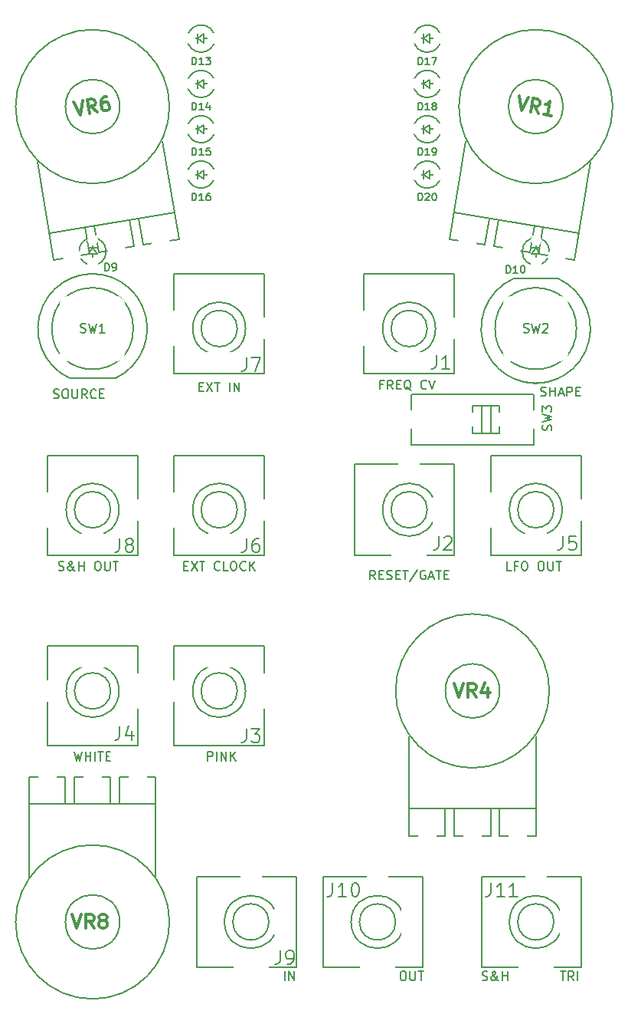
<source format=gto>
G04 #@! TF.FileFunction,Legend,Top*
%FSLAX46Y46*%
G04 Gerber Fmt 4.6, Leading zero omitted, Abs format (unit mm)*
G04 Created by KiCad (PCBNEW 4.0.2-stable) date 2017-05-29 11:54:06 AM*
%MOMM*%
G01*
G04 APERTURE LIST*
%ADD10C,0.100000*%
%ADD11C,0.150000*%
%ADD12C,0.304800*%
%ADD13C,2.018980*%
%ADD14O,4.020000X2.520000*%
%ADD15O,2.520000X2.020000*%
%ADD16O,1.520000X3.520000*%
%ADD17O,2.520000X4.020000*%
%ADD18O,2.020000X2.520000*%
%ADD19O,3.520000X1.520000*%
%ADD20R,1.220000X1.220000*%
%ADD21C,1.220000*%
%ADD22R,1.747200X1.747200*%
%ADD23O,1.747200X1.747200*%
%ADD24C,2.270000*%
%ADD25R,1.620000X2.820000*%
%ADD26C,1.544000*%
%ADD27C,1.520000*%
%ADD28R,1.544000X1.544000*%
%ADD29R,1.520000X2.020000*%
G04 APERTURE END LIST*
D10*
D11*
X63714286Y-65654762D02*
X63857143Y-65702381D01*
X64095239Y-65702381D01*
X64190477Y-65654762D01*
X64238096Y-65607143D01*
X64285715Y-65511905D01*
X64285715Y-65416667D01*
X64238096Y-65321429D01*
X64190477Y-65273810D01*
X64095239Y-65226190D01*
X63904762Y-65178571D01*
X63809524Y-65130952D01*
X63761905Y-65083333D01*
X63714286Y-64988095D01*
X63714286Y-64892857D01*
X63761905Y-64797619D01*
X63809524Y-64750000D01*
X63904762Y-64702381D01*
X64142858Y-64702381D01*
X64285715Y-64750000D01*
X64904762Y-64702381D02*
X65095239Y-64702381D01*
X65190477Y-64750000D01*
X65285715Y-64845238D01*
X65333334Y-65035714D01*
X65333334Y-65369048D01*
X65285715Y-65559524D01*
X65190477Y-65654762D01*
X65095239Y-65702381D01*
X64904762Y-65702381D01*
X64809524Y-65654762D01*
X64714286Y-65559524D01*
X64666667Y-65369048D01*
X64666667Y-65035714D01*
X64714286Y-64845238D01*
X64809524Y-64750000D01*
X64904762Y-64702381D01*
X65761905Y-64702381D02*
X65761905Y-65511905D01*
X65809524Y-65607143D01*
X65857143Y-65654762D01*
X65952381Y-65702381D01*
X66142858Y-65702381D01*
X66238096Y-65654762D01*
X66285715Y-65607143D01*
X66333334Y-65511905D01*
X66333334Y-64702381D01*
X67380953Y-65702381D02*
X67047619Y-65226190D01*
X66809524Y-65702381D02*
X66809524Y-64702381D01*
X67190477Y-64702381D01*
X67285715Y-64750000D01*
X67333334Y-64797619D01*
X67380953Y-64892857D01*
X67380953Y-65035714D01*
X67333334Y-65130952D01*
X67285715Y-65178571D01*
X67190477Y-65226190D01*
X66809524Y-65226190D01*
X68380953Y-65607143D02*
X68333334Y-65654762D01*
X68190477Y-65702381D01*
X68095239Y-65702381D01*
X67952381Y-65654762D01*
X67857143Y-65559524D01*
X67809524Y-65464286D01*
X67761905Y-65273810D01*
X67761905Y-65130952D01*
X67809524Y-64940476D01*
X67857143Y-64845238D01*
X67952381Y-64750000D01*
X68095239Y-64702381D01*
X68190477Y-64702381D01*
X68333334Y-64750000D01*
X68380953Y-64797619D01*
X68809524Y-65178571D02*
X69142858Y-65178571D01*
X69285715Y-65702381D02*
X68809524Y-65702381D01*
X68809524Y-64702381D01*
X69285715Y-64702381D01*
X117559524Y-65404762D02*
X117702381Y-65452381D01*
X117940477Y-65452381D01*
X118035715Y-65404762D01*
X118083334Y-65357143D01*
X118130953Y-65261905D01*
X118130953Y-65166667D01*
X118083334Y-65071429D01*
X118035715Y-65023810D01*
X117940477Y-64976190D01*
X117750000Y-64928571D01*
X117654762Y-64880952D01*
X117607143Y-64833333D01*
X117559524Y-64738095D01*
X117559524Y-64642857D01*
X117607143Y-64547619D01*
X117654762Y-64500000D01*
X117750000Y-64452381D01*
X117988096Y-64452381D01*
X118130953Y-64500000D01*
X118559524Y-65452381D02*
X118559524Y-64452381D01*
X118559524Y-64928571D02*
X119130953Y-64928571D01*
X119130953Y-65452381D02*
X119130953Y-64452381D01*
X119559524Y-65166667D02*
X120035715Y-65166667D01*
X119464286Y-65452381D02*
X119797619Y-64452381D01*
X120130953Y-65452381D01*
X120464286Y-65452381D02*
X120464286Y-64452381D01*
X120845239Y-64452381D01*
X120940477Y-64500000D01*
X120988096Y-64547619D01*
X121035715Y-64642857D01*
X121035715Y-64785714D01*
X120988096Y-64880952D01*
X120940477Y-64928571D01*
X120845239Y-64976190D01*
X120464286Y-64976190D01*
X121464286Y-64928571D02*
X121797620Y-64928571D01*
X121940477Y-65452381D02*
X121464286Y-65452381D01*
X121464286Y-64452381D01*
X121940477Y-64452381D01*
X119726191Y-128952381D02*
X120297620Y-128952381D01*
X120011905Y-129952381D02*
X120011905Y-128952381D01*
X121202382Y-129952381D02*
X120869048Y-129476190D01*
X120630953Y-129952381D02*
X120630953Y-128952381D01*
X121011906Y-128952381D01*
X121107144Y-129000000D01*
X121154763Y-129047619D01*
X121202382Y-129142857D01*
X121202382Y-129285714D01*
X121154763Y-129380952D01*
X121107144Y-129428571D01*
X121011906Y-129476190D01*
X120630953Y-129476190D01*
X121630953Y-129952381D02*
X121630953Y-128952381D01*
X111071429Y-129904762D02*
X111214286Y-129952381D01*
X111452382Y-129952381D01*
X111547620Y-129904762D01*
X111595239Y-129857143D01*
X111642858Y-129761905D01*
X111642858Y-129666667D01*
X111595239Y-129571429D01*
X111547620Y-129523810D01*
X111452382Y-129476190D01*
X111261905Y-129428571D01*
X111166667Y-129380952D01*
X111119048Y-129333333D01*
X111071429Y-129238095D01*
X111071429Y-129142857D01*
X111119048Y-129047619D01*
X111166667Y-129000000D01*
X111261905Y-128952381D01*
X111500001Y-128952381D01*
X111642858Y-129000000D01*
X112880953Y-129952381D02*
X112833334Y-129952381D01*
X112738096Y-129904762D01*
X112595239Y-129761905D01*
X112357144Y-129476190D01*
X112261905Y-129333333D01*
X112214286Y-129190476D01*
X112214286Y-129095238D01*
X112261905Y-129000000D01*
X112357144Y-128952381D01*
X112404763Y-128952381D01*
X112500001Y-129000000D01*
X112547620Y-129095238D01*
X112547620Y-129142857D01*
X112500001Y-129238095D01*
X112452382Y-129285714D01*
X112166667Y-129476190D01*
X112119048Y-129523810D01*
X112071429Y-129619048D01*
X112071429Y-129761905D01*
X112119048Y-129857143D01*
X112166667Y-129904762D01*
X112261905Y-129952381D01*
X112404763Y-129952381D01*
X112500001Y-129904762D01*
X112547620Y-129857143D01*
X112690477Y-129666667D01*
X112738096Y-129523810D01*
X112738096Y-129428571D01*
X113309524Y-129952381D02*
X113309524Y-128952381D01*
X113309524Y-129428571D02*
X113880953Y-129428571D01*
X113880953Y-129952381D02*
X113880953Y-128952381D01*
X102250000Y-128952381D02*
X102440477Y-128952381D01*
X102535715Y-129000000D01*
X102630953Y-129095238D01*
X102678572Y-129285714D01*
X102678572Y-129619048D01*
X102630953Y-129809524D01*
X102535715Y-129904762D01*
X102440477Y-129952381D01*
X102250000Y-129952381D01*
X102154762Y-129904762D01*
X102059524Y-129809524D01*
X102011905Y-129619048D01*
X102011905Y-129285714D01*
X102059524Y-129095238D01*
X102154762Y-129000000D01*
X102250000Y-128952381D01*
X103107143Y-128952381D02*
X103107143Y-129761905D01*
X103154762Y-129857143D01*
X103202381Y-129904762D01*
X103297619Y-129952381D01*
X103488096Y-129952381D01*
X103583334Y-129904762D01*
X103630953Y-129857143D01*
X103678572Y-129761905D01*
X103678572Y-128952381D01*
X104011905Y-128952381D02*
X104583334Y-128952381D01*
X104297619Y-129952381D02*
X104297619Y-128952381D01*
X89226191Y-129952381D02*
X89226191Y-128952381D01*
X89702381Y-129952381D02*
X89702381Y-128952381D01*
X90273810Y-129952381D01*
X90273810Y-128952381D01*
X80726191Y-105702381D02*
X80726191Y-104702381D01*
X81107144Y-104702381D01*
X81202382Y-104750000D01*
X81250001Y-104797619D01*
X81297620Y-104892857D01*
X81297620Y-105035714D01*
X81250001Y-105130952D01*
X81202382Y-105178571D01*
X81107144Y-105226190D01*
X80726191Y-105226190D01*
X81726191Y-105702381D02*
X81726191Y-104702381D01*
X82202381Y-105702381D02*
X82202381Y-104702381D01*
X82773810Y-105702381D01*
X82773810Y-104702381D01*
X83250000Y-105702381D02*
X83250000Y-104702381D01*
X83821429Y-105702381D02*
X83392857Y-105130952D01*
X83821429Y-104702381D02*
X83250000Y-105273810D01*
X65976191Y-104702381D02*
X66214286Y-105702381D01*
X66404763Y-104988095D01*
X66595239Y-105702381D01*
X66833334Y-104702381D01*
X67214286Y-105702381D02*
X67214286Y-104702381D01*
X67214286Y-105178571D02*
X67785715Y-105178571D01*
X67785715Y-105702381D02*
X67785715Y-104702381D01*
X68261905Y-105702381D02*
X68261905Y-104702381D01*
X68595238Y-104702381D02*
X69166667Y-104702381D01*
X68880952Y-105702381D02*
X68880952Y-104702381D01*
X69500000Y-105178571D02*
X69833334Y-105178571D01*
X69976191Y-105702381D02*
X69500000Y-105702381D01*
X69500000Y-104702381D01*
X69976191Y-104702381D01*
X99261905Y-85702381D02*
X98928571Y-85226190D01*
X98690476Y-85702381D02*
X98690476Y-84702381D01*
X99071429Y-84702381D01*
X99166667Y-84750000D01*
X99214286Y-84797619D01*
X99261905Y-84892857D01*
X99261905Y-85035714D01*
X99214286Y-85130952D01*
X99166667Y-85178571D01*
X99071429Y-85226190D01*
X98690476Y-85226190D01*
X99690476Y-85178571D02*
X100023810Y-85178571D01*
X100166667Y-85702381D02*
X99690476Y-85702381D01*
X99690476Y-84702381D01*
X100166667Y-84702381D01*
X100547619Y-85654762D02*
X100690476Y-85702381D01*
X100928572Y-85702381D01*
X101023810Y-85654762D01*
X101071429Y-85607143D01*
X101119048Y-85511905D01*
X101119048Y-85416667D01*
X101071429Y-85321429D01*
X101023810Y-85273810D01*
X100928572Y-85226190D01*
X100738095Y-85178571D01*
X100642857Y-85130952D01*
X100595238Y-85083333D01*
X100547619Y-84988095D01*
X100547619Y-84892857D01*
X100595238Y-84797619D01*
X100642857Y-84750000D01*
X100738095Y-84702381D01*
X100976191Y-84702381D01*
X101119048Y-84750000D01*
X101547619Y-85178571D02*
X101880953Y-85178571D01*
X102023810Y-85702381D02*
X101547619Y-85702381D01*
X101547619Y-84702381D01*
X102023810Y-84702381D01*
X102309524Y-84702381D02*
X102880953Y-84702381D01*
X102595238Y-85702381D02*
X102595238Y-84702381D01*
X103928572Y-84654762D02*
X103071429Y-85940476D01*
X104785715Y-84750000D02*
X104690477Y-84702381D01*
X104547620Y-84702381D01*
X104404762Y-84750000D01*
X104309524Y-84845238D01*
X104261905Y-84940476D01*
X104214286Y-85130952D01*
X104214286Y-85273810D01*
X104261905Y-85464286D01*
X104309524Y-85559524D01*
X104404762Y-85654762D01*
X104547620Y-85702381D01*
X104642858Y-85702381D01*
X104785715Y-85654762D01*
X104833334Y-85607143D01*
X104833334Y-85273810D01*
X104642858Y-85273810D01*
X105214286Y-85416667D02*
X105690477Y-85416667D01*
X105119048Y-85702381D02*
X105452381Y-84702381D01*
X105785715Y-85702381D01*
X105976191Y-84702381D02*
X106547620Y-84702381D01*
X106261905Y-85702381D02*
X106261905Y-84702381D01*
X106880953Y-85178571D02*
X107214287Y-85178571D01*
X107357144Y-85702381D02*
X106880953Y-85702381D01*
X106880953Y-84702381D01*
X107357144Y-84702381D01*
X114297619Y-84702381D02*
X113821428Y-84702381D01*
X113821428Y-83702381D01*
X114964286Y-84178571D02*
X114630952Y-84178571D01*
X114630952Y-84702381D02*
X114630952Y-83702381D01*
X115107143Y-83702381D01*
X115678571Y-83702381D02*
X115869048Y-83702381D01*
X115964286Y-83750000D01*
X116059524Y-83845238D01*
X116107143Y-84035714D01*
X116107143Y-84369048D01*
X116059524Y-84559524D01*
X115964286Y-84654762D01*
X115869048Y-84702381D01*
X115678571Y-84702381D01*
X115583333Y-84654762D01*
X115488095Y-84559524D01*
X115440476Y-84369048D01*
X115440476Y-84035714D01*
X115488095Y-83845238D01*
X115583333Y-83750000D01*
X115678571Y-83702381D01*
X117488095Y-83702381D02*
X117678572Y-83702381D01*
X117773810Y-83750000D01*
X117869048Y-83845238D01*
X117916667Y-84035714D01*
X117916667Y-84369048D01*
X117869048Y-84559524D01*
X117773810Y-84654762D01*
X117678572Y-84702381D01*
X117488095Y-84702381D01*
X117392857Y-84654762D01*
X117297619Y-84559524D01*
X117250000Y-84369048D01*
X117250000Y-84035714D01*
X117297619Y-83845238D01*
X117392857Y-83750000D01*
X117488095Y-83702381D01*
X118345238Y-83702381D02*
X118345238Y-84511905D01*
X118392857Y-84607143D01*
X118440476Y-84654762D01*
X118535714Y-84702381D01*
X118726191Y-84702381D01*
X118821429Y-84654762D01*
X118869048Y-84607143D01*
X118916667Y-84511905D01*
X118916667Y-83702381D01*
X119250000Y-83702381D02*
X119821429Y-83702381D01*
X119535714Y-84702381D02*
X119535714Y-83702381D01*
X78119047Y-84178571D02*
X78452381Y-84178571D01*
X78595238Y-84702381D02*
X78119047Y-84702381D01*
X78119047Y-83702381D01*
X78595238Y-83702381D01*
X78928571Y-83702381D02*
X79595238Y-84702381D01*
X79595238Y-83702381D02*
X78928571Y-84702381D01*
X79833333Y-83702381D02*
X80404762Y-83702381D01*
X80119047Y-84702381D02*
X80119047Y-83702381D01*
X82071429Y-84607143D02*
X82023810Y-84654762D01*
X81880953Y-84702381D01*
X81785715Y-84702381D01*
X81642857Y-84654762D01*
X81547619Y-84559524D01*
X81500000Y-84464286D01*
X81452381Y-84273810D01*
X81452381Y-84130952D01*
X81500000Y-83940476D01*
X81547619Y-83845238D01*
X81642857Y-83750000D01*
X81785715Y-83702381D01*
X81880953Y-83702381D01*
X82023810Y-83750000D01*
X82071429Y-83797619D01*
X82976191Y-84702381D02*
X82500000Y-84702381D01*
X82500000Y-83702381D01*
X83500000Y-83702381D02*
X83690477Y-83702381D01*
X83785715Y-83750000D01*
X83880953Y-83845238D01*
X83928572Y-84035714D01*
X83928572Y-84369048D01*
X83880953Y-84559524D01*
X83785715Y-84654762D01*
X83690477Y-84702381D01*
X83500000Y-84702381D01*
X83404762Y-84654762D01*
X83309524Y-84559524D01*
X83261905Y-84369048D01*
X83261905Y-84035714D01*
X83309524Y-83845238D01*
X83404762Y-83750000D01*
X83500000Y-83702381D01*
X84928572Y-84607143D02*
X84880953Y-84654762D01*
X84738096Y-84702381D01*
X84642858Y-84702381D01*
X84500000Y-84654762D01*
X84404762Y-84559524D01*
X84357143Y-84464286D01*
X84309524Y-84273810D01*
X84309524Y-84130952D01*
X84357143Y-83940476D01*
X84404762Y-83845238D01*
X84500000Y-83750000D01*
X84642858Y-83702381D01*
X84738096Y-83702381D01*
X84880953Y-83750000D01*
X84928572Y-83797619D01*
X85357143Y-84702381D02*
X85357143Y-83702381D01*
X85928572Y-84702381D02*
X85500000Y-84130952D01*
X85928572Y-83702381D02*
X85357143Y-84273810D01*
X64261905Y-84654762D02*
X64404762Y-84702381D01*
X64642858Y-84702381D01*
X64738096Y-84654762D01*
X64785715Y-84607143D01*
X64833334Y-84511905D01*
X64833334Y-84416667D01*
X64785715Y-84321429D01*
X64738096Y-84273810D01*
X64642858Y-84226190D01*
X64452381Y-84178571D01*
X64357143Y-84130952D01*
X64309524Y-84083333D01*
X64261905Y-83988095D01*
X64261905Y-83892857D01*
X64309524Y-83797619D01*
X64357143Y-83750000D01*
X64452381Y-83702381D01*
X64690477Y-83702381D01*
X64833334Y-83750000D01*
X66071429Y-84702381D02*
X66023810Y-84702381D01*
X65928572Y-84654762D01*
X65785715Y-84511905D01*
X65547620Y-84226190D01*
X65452381Y-84083333D01*
X65404762Y-83940476D01*
X65404762Y-83845238D01*
X65452381Y-83750000D01*
X65547620Y-83702381D01*
X65595239Y-83702381D01*
X65690477Y-83750000D01*
X65738096Y-83845238D01*
X65738096Y-83892857D01*
X65690477Y-83988095D01*
X65642858Y-84035714D01*
X65357143Y-84226190D01*
X65309524Y-84273810D01*
X65261905Y-84369048D01*
X65261905Y-84511905D01*
X65309524Y-84607143D01*
X65357143Y-84654762D01*
X65452381Y-84702381D01*
X65595239Y-84702381D01*
X65690477Y-84654762D01*
X65738096Y-84607143D01*
X65880953Y-84416667D01*
X65928572Y-84273810D01*
X65928572Y-84178571D01*
X66500000Y-84702381D02*
X66500000Y-83702381D01*
X66500000Y-84178571D02*
X67071429Y-84178571D01*
X67071429Y-84702381D02*
X67071429Y-83702381D01*
X68500000Y-83702381D02*
X68690477Y-83702381D01*
X68785715Y-83750000D01*
X68880953Y-83845238D01*
X68928572Y-84035714D01*
X68928572Y-84369048D01*
X68880953Y-84559524D01*
X68785715Y-84654762D01*
X68690477Y-84702381D01*
X68500000Y-84702381D01*
X68404762Y-84654762D01*
X68309524Y-84559524D01*
X68261905Y-84369048D01*
X68261905Y-84035714D01*
X68309524Y-83845238D01*
X68404762Y-83750000D01*
X68500000Y-83702381D01*
X69357143Y-83702381D02*
X69357143Y-84511905D01*
X69404762Y-84607143D01*
X69452381Y-84654762D01*
X69547619Y-84702381D01*
X69738096Y-84702381D01*
X69833334Y-84654762D01*
X69880953Y-84607143D01*
X69928572Y-84511905D01*
X69928572Y-83702381D01*
X70261905Y-83702381D02*
X70833334Y-83702381D01*
X70547619Y-84702381D02*
X70547619Y-83702381D01*
X100107143Y-64178571D02*
X99773809Y-64178571D01*
X99773809Y-64702381D02*
X99773809Y-63702381D01*
X100250000Y-63702381D01*
X101202381Y-64702381D02*
X100869047Y-64226190D01*
X100630952Y-64702381D02*
X100630952Y-63702381D01*
X101011905Y-63702381D01*
X101107143Y-63750000D01*
X101154762Y-63797619D01*
X101202381Y-63892857D01*
X101202381Y-64035714D01*
X101154762Y-64130952D01*
X101107143Y-64178571D01*
X101011905Y-64226190D01*
X100630952Y-64226190D01*
X101630952Y-64178571D02*
X101964286Y-64178571D01*
X102107143Y-64702381D02*
X101630952Y-64702381D01*
X101630952Y-63702381D01*
X102107143Y-63702381D01*
X103202381Y-64797619D02*
X103107143Y-64750000D01*
X103011905Y-64654762D01*
X102869048Y-64511905D01*
X102773809Y-64464286D01*
X102678571Y-64464286D01*
X102726190Y-64702381D02*
X102630952Y-64654762D01*
X102535714Y-64559524D01*
X102488095Y-64369048D01*
X102488095Y-64035714D01*
X102535714Y-63845238D01*
X102630952Y-63750000D01*
X102726190Y-63702381D01*
X102916667Y-63702381D01*
X103011905Y-63750000D01*
X103107143Y-63845238D01*
X103154762Y-64035714D01*
X103154762Y-64369048D01*
X103107143Y-64559524D01*
X103011905Y-64654762D01*
X102916667Y-64702381D01*
X102726190Y-64702381D01*
X104916667Y-64607143D02*
X104869048Y-64654762D01*
X104726191Y-64702381D01*
X104630953Y-64702381D01*
X104488095Y-64654762D01*
X104392857Y-64559524D01*
X104345238Y-64464286D01*
X104297619Y-64273810D01*
X104297619Y-64130952D01*
X104345238Y-63940476D01*
X104392857Y-63845238D01*
X104488095Y-63750000D01*
X104630953Y-63702381D01*
X104726191Y-63702381D01*
X104869048Y-63750000D01*
X104916667Y-63797619D01*
X105202381Y-63702381D02*
X105535714Y-64702381D01*
X105869048Y-63702381D01*
X79785714Y-64428571D02*
X80119048Y-64428571D01*
X80261905Y-64952381D02*
X79785714Y-64952381D01*
X79785714Y-63952381D01*
X80261905Y-63952381D01*
X80595238Y-63952381D02*
X81261905Y-64952381D01*
X81261905Y-63952381D02*
X80595238Y-64952381D01*
X81500000Y-63952381D02*
X82071429Y-63952381D01*
X81785714Y-64952381D02*
X81785714Y-63952381D01*
X83166667Y-64952381D02*
X83166667Y-63952381D01*
X83642857Y-64952381D02*
X83642857Y-63952381D01*
X84214286Y-64952381D01*
X84214286Y-63952381D01*
X111895524Y-45826570D02*
X111400382Y-48785427D01*
X111400382Y-48785427D02*
X107455239Y-48125236D01*
X116826952Y-46651808D02*
X116331810Y-49610665D01*
X116331810Y-49610665D02*
X112386667Y-48950474D01*
X112386667Y-48950474D02*
X112881810Y-45991618D01*
X121263238Y-50435903D02*
X117318095Y-49775712D01*
X117318095Y-49775712D02*
X117813238Y-46816856D01*
X107950382Y-45166380D02*
X121758380Y-47477046D01*
X121263238Y-50435903D02*
X123078761Y-39586761D01*
X107455239Y-48125236D02*
X109270763Y-37276095D01*
X120000000Y-33500000D02*
G75*
G03X120000000Y-33500000I-3000000J0D01*
G01*
X125500000Y-33500000D02*
G75*
G03X125500000Y-33500000I-8500000J0D01*
G01*
X105915476Y-78000000D02*
G75*
G03X105915476Y-78000000I-2915476J0D01*
G01*
X108000000Y-73000000D02*
X108000000Y-83000000D01*
X108000000Y-83000000D02*
X97000000Y-83000000D01*
X97000000Y-83000000D02*
X97000000Y-73000000D01*
X97000000Y-73000000D02*
X108000000Y-73000000D01*
X105000000Y-78000000D02*
G75*
G03X105000000Y-78000000I-2000000J0D01*
G01*
X84915476Y-98000000D02*
G75*
G03X84915476Y-98000000I-2915476J0D01*
G01*
X77000000Y-93000000D02*
X87000000Y-93000000D01*
X87000000Y-93000000D02*
X87000000Y-104000000D01*
X87000000Y-104000000D02*
X77000000Y-104000000D01*
X77000000Y-104000000D02*
X77000000Y-93000000D01*
X84000000Y-98000000D02*
G75*
G03X84000000Y-98000000I-2000000J0D01*
G01*
X68000000Y-48200000D02*
X68000000Y-48000000D01*
X68000000Y-50700000D02*
X68000000Y-51000000D01*
X68000000Y-49100000D02*
X68000000Y-48200000D01*
X68000000Y-50700000D02*
X68000000Y-49800000D01*
X67500000Y-49100000D02*
X68500000Y-49100000D01*
X67500000Y-49800000D02*
X68500000Y-49800000D01*
X68500000Y-49800000D02*
X68000000Y-49100000D01*
X68000000Y-49100000D02*
X67500000Y-49800000D01*
X69500000Y-49500000D02*
G75*
G03X69500000Y-49500000I-1500000J0D01*
G01*
X117000000Y-48200000D02*
X117000000Y-48000000D01*
X117000000Y-50700000D02*
X117000000Y-51000000D01*
X117000000Y-49100000D02*
X117000000Y-48200000D01*
X117000000Y-50700000D02*
X117000000Y-49800000D01*
X116500000Y-49100000D02*
X117500000Y-49100000D01*
X116500000Y-49800000D02*
X117500000Y-49800000D01*
X117500000Y-49800000D02*
X117000000Y-49100000D01*
X117000000Y-49100000D02*
X116500000Y-49800000D01*
X118500000Y-49500000D02*
G75*
G03X118500000Y-49500000I-1500000J0D01*
G01*
X78700000Y-26000000D02*
X78500000Y-26000000D01*
X81200000Y-26000000D02*
X81500000Y-26000000D01*
X79600000Y-26000000D02*
X78700000Y-26000000D01*
X81200000Y-26000000D02*
X80300000Y-26000000D01*
X79600000Y-26500000D02*
X79600000Y-25500000D01*
X80300000Y-26500000D02*
X80300000Y-25500000D01*
X80300000Y-25500000D02*
X79600000Y-26000000D01*
X79600000Y-26000000D02*
X80300000Y-26500000D01*
X81500000Y-26000000D02*
G75*
G03X81500000Y-26000000I-1500000J0D01*
G01*
X78700000Y-31000000D02*
X78500000Y-31000000D01*
X81200000Y-31000000D02*
X81500000Y-31000000D01*
X79600000Y-31000000D02*
X78700000Y-31000000D01*
X81200000Y-31000000D02*
X80300000Y-31000000D01*
X79600000Y-31500000D02*
X79600000Y-30500000D01*
X80300000Y-31500000D02*
X80300000Y-30500000D01*
X80300000Y-30500000D02*
X79600000Y-31000000D01*
X79600000Y-31000000D02*
X80300000Y-31500000D01*
X81500000Y-31000000D02*
G75*
G03X81500000Y-31000000I-1500000J0D01*
G01*
X78700000Y-36000000D02*
X78500000Y-36000000D01*
X81200000Y-36000000D02*
X81500000Y-36000000D01*
X79600000Y-36000000D02*
X78700000Y-36000000D01*
X81200000Y-36000000D02*
X80300000Y-36000000D01*
X79600000Y-36500000D02*
X79600000Y-35500000D01*
X80300000Y-36500000D02*
X80300000Y-35500000D01*
X80300000Y-35500000D02*
X79600000Y-36000000D01*
X79600000Y-36000000D02*
X80300000Y-36500000D01*
X81500000Y-36000000D02*
G75*
G03X81500000Y-36000000I-1500000J0D01*
G01*
X78700000Y-41000000D02*
X78500000Y-41000000D01*
X81200000Y-41000000D02*
X81500000Y-41000000D01*
X79600000Y-41000000D02*
X78700000Y-41000000D01*
X81200000Y-41000000D02*
X80300000Y-41000000D01*
X79600000Y-41500000D02*
X79600000Y-40500000D01*
X80300000Y-41500000D02*
X80300000Y-40500000D01*
X80300000Y-40500000D02*
X79600000Y-41000000D01*
X79600000Y-41000000D02*
X80300000Y-41500000D01*
X81500000Y-41000000D02*
G75*
G03X81500000Y-41000000I-1500000J0D01*
G01*
X103700000Y-26000000D02*
X103500000Y-26000000D01*
X106200000Y-26000000D02*
X106500000Y-26000000D01*
X104600000Y-26000000D02*
X103700000Y-26000000D01*
X106200000Y-26000000D02*
X105300000Y-26000000D01*
X104600000Y-26500000D02*
X104600000Y-25500000D01*
X105300000Y-26500000D02*
X105300000Y-25500000D01*
X105300000Y-25500000D02*
X104600000Y-26000000D01*
X104600000Y-26000000D02*
X105300000Y-26500000D01*
X106500000Y-26000000D02*
G75*
G03X106500000Y-26000000I-1500000J0D01*
G01*
X103700000Y-31000000D02*
X103500000Y-31000000D01*
X106200000Y-31000000D02*
X106500000Y-31000000D01*
X104600000Y-31000000D02*
X103700000Y-31000000D01*
X106200000Y-31000000D02*
X105300000Y-31000000D01*
X104600000Y-31500000D02*
X104600000Y-30500000D01*
X105300000Y-31500000D02*
X105300000Y-30500000D01*
X105300000Y-30500000D02*
X104600000Y-31000000D01*
X104600000Y-31000000D02*
X105300000Y-31500000D01*
X106500000Y-31000000D02*
G75*
G03X106500000Y-31000000I-1500000J0D01*
G01*
X103700000Y-36000000D02*
X103500000Y-36000000D01*
X106200000Y-36000000D02*
X106500000Y-36000000D01*
X104600000Y-36000000D02*
X103700000Y-36000000D01*
X106200000Y-36000000D02*
X105300000Y-36000000D01*
X104600000Y-36500000D02*
X104600000Y-35500000D01*
X105300000Y-36500000D02*
X105300000Y-35500000D01*
X105300000Y-35500000D02*
X104600000Y-36000000D01*
X104600000Y-36000000D02*
X105300000Y-36500000D01*
X106500000Y-36000000D02*
G75*
G03X106500000Y-36000000I-1500000J0D01*
G01*
X103700000Y-41000000D02*
X103500000Y-41000000D01*
X106200000Y-41000000D02*
X106500000Y-41000000D01*
X104600000Y-41000000D02*
X103700000Y-41000000D01*
X106200000Y-41000000D02*
X105300000Y-41000000D01*
X104600000Y-41500000D02*
X104600000Y-40500000D01*
X105300000Y-41500000D02*
X105300000Y-40500000D01*
X105300000Y-40500000D02*
X104600000Y-41000000D01*
X104600000Y-41000000D02*
X105300000Y-41500000D01*
X106500000Y-41000000D02*
G75*
G03X106500000Y-41000000I-1500000J0D01*
G01*
X105915476Y-58000000D02*
G75*
G03X105915476Y-58000000I-2915476J0D01*
G01*
X108000000Y-63000000D02*
X98000000Y-63000000D01*
X98000000Y-63000000D02*
X98000000Y-52000000D01*
X98000000Y-52000000D02*
X108000000Y-52000000D01*
X108000000Y-52000000D02*
X108000000Y-63000000D01*
X105000000Y-58000000D02*
G75*
G03X105000000Y-58000000I-2000000J0D01*
G01*
X70915476Y-98000000D02*
G75*
G03X70915476Y-98000000I-2915476J0D01*
G01*
X63000000Y-93000000D02*
X73000000Y-93000000D01*
X73000000Y-93000000D02*
X73000000Y-104000000D01*
X73000000Y-104000000D02*
X63000000Y-104000000D01*
X63000000Y-104000000D02*
X63000000Y-93000000D01*
X70000000Y-98000000D02*
G75*
G03X70000000Y-98000000I-2000000J0D01*
G01*
X119915476Y-78000000D02*
G75*
G03X119915476Y-78000000I-2915476J0D01*
G01*
X122000000Y-83000000D02*
X112000000Y-83000000D01*
X112000000Y-83000000D02*
X112000000Y-72000000D01*
X112000000Y-72000000D02*
X122000000Y-72000000D01*
X122000000Y-72000000D02*
X122000000Y-83000000D01*
X119000000Y-78000000D02*
G75*
G03X119000000Y-78000000I-2000000J0D01*
G01*
X84915476Y-78000000D02*
G75*
G03X84915476Y-78000000I-2915476J0D01*
G01*
X87000000Y-83000000D02*
X77000000Y-83000000D01*
X77000000Y-83000000D02*
X77000000Y-72000000D01*
X77000000Y-72000000D02*
X87000000Y-72000000D01*
X87000000Y-72000000D02*
X87000000Y-83000000D01*
X84000000Y-78000000D02*
G75*
G03X84000000Y-78000000I-2000000J0D01*
G01*
X84915476Y-58000000D02*
G75*
G03X84915476Y-58000000I-2915476J0D01*
G01*
X87000000Y-63000000D02*
X77000000Y-63000000D01*
X77000000Y-63000000D02*
X77000000Y-52000000D01*
X77000000Y-52000000D02*
X87000000Y-52000000D01*
X87000000Y-52000000D02*
X87000000Y-63000000D01*
X84000000Y-58000000D02*
G75*
G03X84000000Y-58000000I-2000000J0D01*
G01*
X70915476Y-78000000D02*
G75*
G03X70915476Y-78000000I-2915476J0D01*
G01*
X73000000Y-83000000D02*
X63000000Y-83000000D01*
X63000000Y-83000000D02*
X63000000Y-72000000D01*
X63000000Y-72000000D02*
X73000000Y-72000000D01*
X73000000Y-72000000D02*
X73000000Y-83000000D01*
X70000000Y-78000000D02*
G75*
G03X70000000Y-78000000I-2000000J0D01*
G01*
X88415476Y-123500000D02*
G75*
G03X88415476Y-123500000I-2915476J0D01*
G01*
X90500000Y-118500000D02*
X90500000Y-128500000D01*
X90500000Y-128500000D02*
X79500000Y-128500000D01*
X79500000Y-128500000D02*
X79500000Y-118500000D01*
X79500000Y-118500000D02*
X90500000Y-118500000D01*
X87500000Y-123500000D02*
G75*
G03X87500000Y-123500000I-2000000J0D01*
G01*
X102415476Y-123500000D02*
G75*
G03X102415476Y-123500000I-2915476J0D01*
G01*
X104500000Y-118500000D02*
X104500000Y-128500000D01*
X104500000Y-128500000D02*
X93500000Y-128500000D01*
X93500000Y-128500000D02*
X93500000Y-118500000D01*
X93500000Y-118500000D02*
X104500000Y-118500000D01*
X101500000Y-123500000D02*
G75*
G03X101500000Y-123500000I-2000000J0D01*
G01*
X119915476Y-123500000D02*
G75*
G03X119915476Y-123500000I-2915476J0D01*
G01*
X122000000Y-118500000D02*
X122000000Y-128500000D01*
X122000000Y-128500000D02*
X111000000Y-128500000D01*
X111000000Y-128500000D02*
X111000000Y-118500000D01*
X111000000Y-118500000D02*
X122000000Y-118500000D01*
X119000000Y-123500000D02*
G75*
G03X119000000Y-123500000I-2000000J0D01*
G01*
X70500000Y-52500000D02*
G75*
G03X62500000Y-55500000I-2500000J-5500000D01*
G01*
X73500000Y-55500000D02*
G75*
G03X65500000Y-52500000I-5500000J-2500000D01*
G01*
X70500000Y-63500000D02*
G75*
G03X73500000Y-55500000I-2500000J5500000D01*
G01*
X62500000Y-55500000D02*
G75*
G03X65500000Y-63500000I5500000J-2500000D01*
G01*
X70500000Y-63500000D02*
X65500000Y-63500000D01*
X72500000Y-58000000D02*
G75*
G03X72500000Y-58000000I-4500000J0D01*
G01*
X114500000Y-63500000D02*
G75*
G03X122500000Y-60500000I2500000J5500000D01*
G01*
X111500000Y-60500000D02*
G75*
G03X119500000Y-63500000I5500000J2500000D01*
G01*
X114500000Y-52500000D02*
G75*
G03X111500000Y-60500000I2500000J-5500000D01*
G01*
X122500000Y-60500000D02*
G75*
G03X119500000Y-52500000I-5500000J2500000D01*
G01*
X114500000Y-52500000D02*
X119500000Y-52500000D01*
X121500000Y-58000000D02*
G75*
G03X121500000Y-58000000I-4500000J0D01*
G01*
X107000000Y-111000000D02*
X107000000Y-114000000D01*
X107000000Y-114000000D02*
X103000000Y-114000000D01*
X112000000Y-111000000D02*
X112000000Y-114000000D01*
X112000000Y-114000000D02*
X108000000Y-114000000D01*
X108000000Y-114000000D02*
X108000000Y-111000000D01*
X117000000Y-114000000D02*
X113000000Y-114000000D01*
X113000000Y-114000000D02*
X113000000Y-111000000D01*
X103000000Y-111000000D02*
X117000000Y-111000000D01*
X117000000Y-114000000D02*
X117000000Y-103000000D01*
X103000000Y-114000000D02*
X103000000Y-103000000D01*
X113000000Y-98000000D02*
G75*
G03X113000000Y-98000000I-3000000J0D01*
G01*
X118500000Y-98000000D02*
G75*
G03X118500000Y-98000000I-8500000J0D01*
G01*
X67186762Y-46816856D02*
X67681905Y-49775712D01*
X67681905Y-49775712D02*
X63736762Y-50435903D01*
X72118190Y-45991618D02*
X72613333Y-48950474D01*
X72613333Y-48950474D02*
X68668190Y-49610665D01*
X68668190Y-49610665D02*
X68173048Y-46651808D01*
X77544761Y-48125236D02*
X73599618Y-48785427D01*
X73599618Y-48785427D02*
X73104476Y-45826570D01*
X63241620Y-47477046D02*
X77049618Y-45166380D01*
X77544761Y-48125236D02*
X75729237Y-37276095D01*
X63736762Y-50435903D02*
X61921239Y-39586761D01*
X71000000Y-33500000D02*
G75*
G03X71000000Y-33500000I-3000000J0D01*
G01*
X76500000Y-33500000D02*
G75*
G03X76500000Y-33500000I-8500000J0D01*
G01*
X71000000Y-110500000D02*
X71000000Y-107500000D01*
X71000000Y-107500000D02*
X75000000Y-107500000D01*
X66000000Y-110500000D02*
X66000000Y-107500000D01*
X66000000Y-107500000D02*
X70000000Y-107500000D01*
X70000000Y-107500000D02*
X70000000Y-110500000D01*
X61000000Y-107500000D02*
X65000000Y-107500000D01*
X65000000Y-107500000D02*
X65000000Y-110500000D01*
X75000000Y-110500000D02*
X61000000Y-110500000D01*
X61000000Y-107500000D02*
X61000000Y-118500000D01*
X75000000Y-107500000D02*
X75000000Y-118500000D01*
X71000000Y-123500000D02*
G75*
G03X71000000Y-123500000I-3000000J0D01*
G01*
X76500000Y-123500000D02*
G75*
G03X76500000Y-123500000I-8500000J0D01*
G01*
X111000000Y-69550000D02*
X111000000Y-66550000D01*
X112000000Y-69550000D02*
X112000000Y-66550000D01*
X110000000Y-68050000D02*
X110000000Y-69550000D01*
X110000000Y-69550000D02*
X113000000Y-69550000D01*
X113000000Y-69550000D02*
X113000000Y-66550000D01*
X113000000Y-66550000D02*
X110000000Y-66550000D01*
X110000000Y-66550000D02*
X110000000Y-68050000D01*
X110000000Y-70850000D02*
X103300000Y-70850000D01*
X103250000Y-70850000D02*
X103250000Y-65250000D01*
X103300000Y-65250000D02*
X116700000Y-65250000D01*
X116750000Y-65250000D02*
X116750000Y-70850000D01*
X116700000Y-70850000D02*
X110000000Y-70850000D01*
D12*
X115169400Y-32347487D02*
X115418900Y-33934430D01*
X116171466Y-32515175D01*
X117279880Y-34245851D02*
X116898625Y-33446245D01*
X116420967Y-34102119D02*
X116672499Y-32599019D01*
X117245109Y-32694841D01*
X117376283Y-32790372D01*
X117435882Y-32873926D01*
X117483502Y-33029056D01*
X117447569Y-33243785D01*
X117352038Y-33374959D01*
X117268483Y-33434558D01*
X117113354Y-33482178D01*
X116540744Y-33386356D01*
X118711404Y-34485406D02*
X117852490Y-34341674D01*
X118281947Y-34413540D02*
X118533479Y-32910441D01*
X118354393Y-33101213D01*
X118187287Y-33220410D01*
X118032156Y-33268031D01*
D11*
X106250000Y-80928571D02*
X106250000Y-82000000D01*
X106178572Y-82214286D01*
X106035715Y-82357143D01*
X105821429Y-82428571D01*
X105678572Y-82428571D01*
X106892857Y-81071429D02*
X106964286Y-81000000D01*
X107107143Y-80928571D01*
X107464286Y-80928571D01*
X107607143Y-81000000D01*
X107678572Y-81071429D01*
X107750000Y-81214286D01*
X107750000Y-81357143D01*
X107678572Y-81571429D01*
X106821429Y-82428571D01*
X107750000Y-82428571D01*
X85000000Y-102178571D02*
X85000000Y-103250000D01*
X84928572Y-103464286D01*
X84785715Y-103607143D01*
X84571429Y-103678571D01*
X84428572Y-103678571D01*
X85571429Y-102178571D02*
X86500000Y-102178571D01*
X86000000Y-102750000D01*
X86214286Y-102750000D01*
X86357143Y-102821429D01*
X86428572Y-102892857D01*
X86500000Y-103035714D01*
X86500000Y-103392857D01*
X86428572Y-103535714D01*
X86357143Y-103607143D01*
X86214286Y-103678571D01*
X85785714Y-103678571D01*
X85642857Y-103607143D01*
X85571429Y-103535714D01*
X69400077Y-51617695D02*
X69400077Y-50804895D01*
X69593601Y-50804895D01*
X69709715Y-50843600D01*
X69787124Y-50921010D01*
X69825829Y-50998419D01*
X69864534Y-51153238D01*
X69864534Y-51269352D01*
X69825829Y-51424171D01*
X69787124Y-51501581D01*
X69709715Y-51578990D01*
X69593601Y-51617695D01*
X69400077Y-51617695D01*
X70251582Y-51617695D02*
X70406401Y-51617695D01*
X70483810Y-51578990D01*
X70522515Y-51540286D01*
X70599924Y-51424171D01*
X70638629Y-51269352D01*
X70638629Y-50959714D01*
X70599924Y-50882305D01*
X70561220Y-50843600D01*
X70483810Y-50804895D01*
X70328991Y-50804895D01*
X70251582Y-50843600D01*
X70212877Y-50882305D01*
X70174172Y-50959714D01*
X70174172Y-51153238D01*
X70212877Y-51230648D01*
X70251582Y-51269352D01*
X70328991Y-51308057D01*
X70483810Y-51308057D01*
X70561220Y-51269352D01*
X70599924Y-51230648D01*
X70638629Y-51153238D01*
X113763029Y-51867695D02*
X113763029Y-51054895D01*
X113956553Y-51054895D01*
X114072667Y-51093600D01*
X114150076Y-51171010D01*
X114188781Y-51248419D01*
X114227486Y-51403238D01*
X114227486Y-51519352D01*
X114188781Y-51674171D01*
X114150076Y-51751581D01*
X114072667Y-51828990D01*
X113956553Y-51867695D01*
X113763029Y-51867695D01*
X115001581Y-51867695D02*
X114537124Y-51867695D01*
X114769353Y-51867695D02*
X114769353Y-51054895D01*
X114691943Y-51171010D01*
X114614534Y-51248419D01*
X114537124Y-51287124D01*
X115504743Y-51054895D02*
X115582152Y-51054895D01*
X115659562Y-51093600D01*
X115698267Y-51132305D01*
X115736971Y-51209714D01*
X115775676Y-51364533D01*
X115775676Y-51558057D01*
X115736971Y-51712876D01*
X115698267Y-51790286D01*
X115659562Y-51828990D01*
X115582152Y-51867695D01*
X115504743Y-51867695D01*
X115427333Y-51828990D01*
X115388629Y-51790286D01*
X115349924Y-51712876D01*
X115311219Y-51558057D01*
X115311219Y-51364533D01*
X115349924Y-51209714D01*
X115388629Y-51132305D01*
X115427333Y-51093600D01*
X115504743Y-51054895D01*
X79013029Y-28867695D02*
X79013029Y-28054895D01*
X79206553Y-28054895D01*
X79322667Y-28093600D01*
X79400076Y-28171010D01*
X79438781Y-28248419D01*
X79477486Y-28403238D01*
X79477486Y-28519352D01*
X79438781Y-28674171D01*
X79400076Y-28751581D01*
X79322667Y-28828990D01*
X79206553Y-28867695D01*
X79013029Y-28867695D01*
X80251581Y-28867695D02*
X79787124Y-28867695D01*
X80019353Y-28867695D02*
X80019353Y-28054895D01*
X79941943Y-28171010D01*
X79864534Y-28248419D01*
X79787124Y-28287124D01*
X80522514Y-28054895D02*
X81025676Y-28054895D01*
X80754743Y-28364533D01*
X80870857Y-28364533D01*
X80948267Y-28403238D01*
X80986971Y-28441943D01*
X81025676Y-28519352D01*
X81025676Y-28712876D01*
X80986971Y-28790286D01*
X80948267Y-28828990D01*
X80870857Y-28867695D01*
X80638629Y-28867695D01*
X80561219Y-28828990D01*
X80522514Y-28790286D01*
X79013029Y-33867695D02*
X79013029Y-33054895D01*
X79206553Y-33054895D01*
X79322667Y-33093600D01*
X79400076Y-33171010D01*
X79438781Y-33248419D01*
X79477486Y-33403238D01*
X79477486Y-33519352D01*
X79438781Y-33674171D01*
X79400076Y-33751581D01*
X79322667Y-33828990D01*
X79206553Y-33867695D01*
X79013029Y-33867695D01*
X80251581Y-33867695D02*
X79787124Y-33867695D01*
X80019353Y-33867695D02*
X80019353Y-33054895D01*
X79941943Y-33171010D01*
X79864534Y-33248419D01*
X79787124Y-33287124D01*
X80948267Y-33325829D02*
X80948267Y-33867695D01*
X80754743Y-33016190D02*
X80561219Y-33596762D01*
X81064381Y-33596762D01*
X79013029Y-38867695D02*
X79013029Y-38054895D01*
X79206553Y-38054895D01*
X79322667Y-38093600D01*
X79400076Y-38171010D01*
X79438781Y-38248419D01*
X79477486Y-38403238D01*
X79477486Y-38519352D01*
X79438781Y-38674171D01*
X79400076Y-38751581D01*
X79322667Y-38828990D01*
X79206553Y-38867695D01*
X79013029Y-38867695D01*
X80251581Y-38867695D02*
X79787124Y-38867695D01*
X80019353Y-38867695D02*
X80019353Y-38054895D01*
X79941943Y-38171010D01*
X79864534Y-38248419D01*
X79787124Y-38287124D01*
X80986971Y-38054895D02*
X80599924Y-38054895D01*
X80561219Y-38441943D01*
X80599924Y-38403238D01*
X80677333Y-38364533D01*
X80870857Y-38364533D01*
X80948267Y-38403238D01*
X80986971Y-38441943D01*
X81025676Y-38519352D01*
X81025676Y-38712876D01*
X80986971Y-38790286D01*
X80948267Y-38828990D01*
X80870857Y-38867695D01*
X80677333Y-38867695D01*
X80599924Y-38828990D01*
X80561219Y-38790286D01*
X79013029Y-43867695D02*
X79013029Y-43054895D01*
X79206553Y-43054895D01*
X79322667Y-43093600D01*
X79400076Y-43171010D01*
X79438781Y-43248419D01*
X79477486Y-43403238D01*
X79477486Y-43519352D01*
X79438781Y-43674171D01*
X79400076Y-43751581D01*
X79322667Y-43828990D01*
X79206553Y-43867695D01*
X79013029Y-43867695D01*
X80251581Y-43867695D02*
X79787124Y-43867695D01*
X80019353Y-43867695D02*
X80019353Y-43054895D01*
X79941943Y-43171010D01*
X79864534Y-43248419D01*
X79787124Y-43287124D01*
X80948267Y-43054895D02*
X80793448Y-43054895D01*
X80716038Y-43093600D01*
X80677333Y-43132305D01*
X80599924Y-43248419D01*
X80561219Y-43403238D01*
X80561219Y-43712876D01*
X80599924Y-43790286D01*
X80638629Y-43828990D01*
X80716038Y-43867695D01*
X80870857Y-43867695D01*
X80948267Y-43828990D01*
X80986971Y-43790286D01*
X81025676Y-43712876D01*
X81025676Y-43519352D01*
X80986971Y-43441943D01*
X80948267Y-43403238D01*
X80870857Y-43364533D01*
X80716038Y-43364533D01*
X80638629Y-43403238D01*
X80599924Y-43441943D01*
X80561219Y-43519352D01*
X104013029Y-28867695D02*
X104013029Y-28054895D01*
X104206553Y-28054895D01*
X104322667Y-28093600D01*
X104400076Y-28171010D01*
X104438781Y-28248419D01*
X104477486Y-28403238D01*
X104477486Y-28519352D01*
X104438781Y-28674171D01*
X104400076Y-28751581D01*
X104322667Y-28828990D01*
X104206553Y-28867695D01*
X104013029Y-28867695D01*
X105251581Y-28867695D02*
X104787124Y-28867695D01*
X105019353Y-28867695D02*
X105019353Y-28054895D01*
X104941943Y-28171010D01*
X104864534Y-28248419D01*
X104787124Y-28287124D01*
X105522514Y-28054895D02*
X106064381Y-28054895D01*
X105716038Y-28867695D01*
X104013029Y-33867695D02*
X104013029Y-33054895D01*
X104206553Y-33054895D01*
X104322667Y-33093600D01*
X104400076Y-33171010D01*
X104438781Y-33248419D01*
X104477486Y-33403238D01*
X104477486Y-33519352D01*
X104438781Y-33674171D01*
X104400076Y-33751581D01*
X104322667Y-33828990D01*
X104206553Y-33867695D01*
X104013029Y-33867695D01*
X105251581Y-33867695D02*
X104787124Y-33867695D01*
X105019353Y-33867695D02*
X105019353Y-33054895D01*
X104941943Y-33171010D01*
X104864534Y-33248419D01*
X104787124Y-33287124D01*
X105716038Y-33403238D02*
X105638629Y-33364533D01*
X105599924Y-33325829D01*
X105561219Y-33248419D01*
X105561219Y-33209714D01*
X105599924Y-33132305D01*
X105638629Y-33093600D01*
X105716038Y-33054895D01*
X105870857Y-33054895D01*
X105948267Y-33093600D01*
X105986971Y-33132305D01*
X106025676Y-33209714D01*
X106025676Y-33248419D01*
X105986971Y-33325829D01*
X105948267Y-33364533D01*
X105870857Y-33403238D01*
X105716038Y-33403238D01*
X105638629Y-33441943D01*
X105599924Y-33480648D01*
X105561219Y-33558057D01*
X105561219Y-33712876D01*
X105599924Y-33790286D01*
X105638629Y-33828990D01*
X105716038Y-33867695D01*
X105870857Y-33867695D01*
X105948267Y-33828990D01*
X105986971Y-33790286D01*
X106025676Y-33712876D01*
X106025676Y-33558057D01*
X105986971Y-33480648D01*
X105948267Y-33441943D01*
X105870857Y-33403238D01*
X104013029Y-38867695D02*
X104013029Y-38054895D01*
X104206553Y-38054895D01*
X104322667Y-38093600D01*
X104400076Y-38171010D01*
X104438781Y-38248419D01*
X104477486Y-38403238D01*
X104477486Y-38519352D01*
X104438781Y-38674171D01*
X104400076Y-38751581D01*
X104322667Y-38828990D01*
X104206553Y-38867695D01*
X104013029Y-38867695D01*
X105251581Y-38867695D02*
X104787124Y-38867695D01*
X105019353Y-38867695D02*
X105019353Y-38054895D01*
X104941943Y-38171010D01*
X104864534Y-38248419D01*
X104787124Y-38287124D01*
X105638629Y-38867695D02*
X105793448Y-38867695D01*
X105870857Y-38828990D01*
X105909562Y-38790286D01*
X105986971Y-38674171D01*
X106025676Y-38519352D01*
X106025676Y-38209714D01*
X105986971Y-38132305D01*
X105948267Y-38093600D01*
X105870857Y-38054895D01*
X105716038Y-38054895D01*
X105638629Y-38093600D01*
X105599924Y-38132305D01*
X105561219Y-38209714D01*
X105561219Y-38403238D01*
X105599924Y-38480648D01*
X105638629Y-38519352D01*
X105716038Y-38558057D01*
X105870857Y-38558057D01*
X105948267Y-38519352D01*
X105986971Y-38480648D01*
X106025676Y-38403238D01*
X104013029Y-43867695D02*
X104013029Y-43054895D01*
X104206553Y-43054895D01*
X104322667Y-43093600D01*
X104400076Y-43171010D01*
X104438781Y-43248419D01*
X104477486Y-43403238D01*
X104477486Y-43519352D01*
X104438781Y-43674171D01*
X104400076Y-43751581D01*
X104322667Y-43828990D01*
X104206553Y-43867695D01*
X104013029Y-43867695D01*
X104787124Y-43132305D02*
X104825829Y-43093600D01*
X104903238Y-43054895D01*
X105096762Y-43054895D01*
X105174172Y-43093600D01*
X105212876Y-43132305D01*
X105251581Y-43209714D01*
X105251581Y-43287124D01*
X105212876Y-43403238D01*
X104748419Y-43867695D01*
X105251581Y-43867695D01*
X105754743Y-43054895D02*
X105832152Y-43054895D01*
X105909562Y-43093600D01*
X105948267Y-43132305D01*
X105986971Y-43209714D01*
X106025676Y-43364533D01*
X106025676Y-43558057D01*
X105986971Y-43712876D01*
X105948267Y-43790286D01*
X105909562Y-43828990D01*
X105832152Y-43867695D01*
X105754743Y-43867695D01*
X105677333Y-43828990D01*
X105638629Y-43790286D01*
X105599924Y-43712876D01*
X105561219Y-43558057D01*
X105561219Y-43364533D01*
X105599924Y-43209714D01*
X105638629Y-43132305D01*
X105677333Y-43093600D01*
X105754743Y-43054895D01*
X106000000Y-60928571D02*
X106000000Y-62000000D01*
X105928572Y-62214286D01*
X105785715Y-62357143D01*
X105571429Y-62428571D01*
X105428572Y-62428571D01*
X107500000Y-62428571D02*
X106642857Y-62428571D01*
X107071429Y-62428571D02*
X107071429Y-60928571D01*
X106928572Y-61142857D01*
X106785714Y-61285714D01*
X106642857Y-61357143D01*
X71000000Y-101928571D02*
X71000000Y-103000000D01*
X70928572Y-103214286D01*
X70785715Y-103357143D01*
X70571429Y-103428571D01*
X70428572Y-103428571D01*
X72357143Y-102428571D02*
X72357143Y-103428571D01*
X72000000Y-101857143D02*
X71642857Y-102928571D01*
X72571429Y-102928571D01*
X120000000Y-80928571D02*
X120000000Y-82000000D01*
X119928572Y-82214286D01*
X119785715Y-82357143D01*
X119571429Y-82428571D01*
X119428572Y-82428571D01*
X121428572Y-80928571D02*
X120714286Y-80928571D01*
X120642857Y-81642857D01*
X120714286Y-81571429D01*
X120857143Y-81500000D01*
X121214286Y-81500000D01*
X121357143Y-81571429D01*
X121428572Y-81642857D01*
X121500000Y-81785714D01*
X121500000Y-82142857D01*
X121428572Y-82285714D01*
X121357143Y-82357143D01*
X121214286Y-82428571D01*
X120857143Y-82428571D01*
X120714286Y-82357143D01*
X120642857Y-82285714D01*
X85000000Y-81178571D02*
X85000000Y-82250000D01*
X84928572Y-82464286D01*
X84785715Y-82607143D01*
X84571429Y-82678571D01*
X84428572Y-82678571D01*
X86357143Y-81178571D02*
X86071429Y-81178571D01*
X85928572Y-81250000D01*
X85857143Y-81321429D01*
X85714286Y-81535714D01*
X85642857Y-81821429D01*
X85642857Y-82392857D01*
X85714286Y-82535714D01*
X85785714Y-82607143D01*
X85928572Y-82678571D01*
X86214286Y-82678571D01*
X86357143Y-82607143D01*
X86428572Y-82535714D01*
X86500000Y-82392857D01*
X86500000Y-82035714D01*
X86428572Y-81892857D01*
X86357143Y-81821429D01*
X86214286Y-81750000D01*
X85928572Y-81750000D01*
X85785714Y-81821429D01*
X85714286Y-81892857D01*
X85642857Y-82035714D01*
X85000000Y-61178571D02*
X85000000Y-62250000D01*
X84928572Y-62464286D01*
X84785715Y-62607143D01*
X84571429Y-62678571D01*
X84428572Y-62678571D01*
X85571429Y-61178571D02*
X86571429Y-61178571D01*
X85928572Y-62678571D01*
X71000000Y-81178571D02*
X71000000Y-82250000D01*
X70928572Y-82464286D01*
X70785715Y-82607143D01*
X70571429Y-82678571D01*
X70428572Y-82678571D01*
X71928572Y-81821429D02*
X71785714Y-81750000D01*
X71714286Y-81678571D01*
X71642857Y-81535714D01*
X71642857Y-81464286D01*
X71714286Y-81321429D01*
X71785714Y-81250000D01*
X71928572Y-81178571D01*
X72214286Y-81178571D01*
X72357143Y-81250000D01*
X72428572Y-81321429D01*
X72500000Y-81464286D01*
X72500000Y-81535714D01*
X72428572Y-81678571D01*
X72357143Y-81750000D01*
X72214286Y-81821429D01*
X71928572Y-81821429D01*
X71785714Y-81892857D01*
X71714286Y-81964286D01*
X71642857Y-82107143D01*
X71642857Y-82392857D01*
X71714286Y-82535714D01*
X71785714Y-82607143D01*
X71928572Y-82678571D01*
X72214286Y-82678571D01*
X72357143Y-82607143D01*
X72428572Y-82535714D01*
X72500000Y-82392857D01*
X72500000Y-82107143D01*
X72428572Y-81964286D01*
X72357143Y-81892857D01*
X72214286Y-81821429D01*
X88750000Y-126678571D02*
X88750000Y-127750000D01*
X88678572Y-127964286D01*
X88535715Y-128107143D01*
X88321429Y-128178571D01*
X88178572Y-128178571D01*
X89535714Y-128178571D02*
X89821429Y-128178571D01*
X89964286Y-128107143D01*
X90035714Y-128035714D01*
X90178572Y-127821429D01*
X90250000Y-127535714D01*
X90250000Y-126964286D01*
X90178572Y-126821429D01*
X90107143Y-126750000D01*
X89964286Y-126678571D01*
X89678572Y-126678571D01*
X89535714Y-126750000D01*
X89464286Y-126821429D01*
X89392857Y-126964286D01*
X89392857Y-127321429D01*
X89464286Y-127464286D01*
X89535714Y-127535714D01*
X89678572Y-127607143D01*
X89964286Y-127607143D01*
X90107143Y-127535714D01*
X90178572Y-127464286D01*
X90250000Y-127321429D01*
X94535715Y-119178571D02*
X94535715Y-120250000D01*
X94464287Y-120464286D01*
X94321430Y-120607143D01*
X94107144Y-120678571D01*
X93964287Y-120678571D01*
X96035715Y-120678571D02*
X95178572Y-120678571D01*
X95607144Y-120678571D02*
X95607144Y-119178571D01*
X95464287Y-119392857D01*
X95321429Y-119535714D01*
X95178572Y-119607143D01*
X96964286Y-119178571D02*
X97107143Y-119178571D01*
X97250000Y-119250000D01*
X97321429Y-119321429D01*
X97392858Y-119464286D01*
X97464286Y-119750000D01*
X97464286Y-120107143D01*
X97392858Y-120392857D01*
X97321429Y-120535714D01*
X97250000Y-120607143D01*
X97107143Y-120678571D01*
X96964286Y-120678571D01*
X96821429Y-120607143D01*
X96750000Y-120535714D01*
X96678572Y-120392857D01*
X96607143Y-120107143D01*
X96607143Y-119750000D01*
X96678572Y-119464286D01*
X96750000Y-119321429D01*
X96821429Y-119250000D01*
X96964286Y-119178571D01*
X112035715Y-119178571D02*
X112035715Y-120250000D01*
X111964287Y-120464286D01*
X111821430Y-120607143D01*
X111607144Y-120678571D01*
X111464287Y-120678571D01*
X113535715Y-120678571D02*
X112678572Y-120678571D01*
X113107144Y-120678571D02*
X113107144Y-119178571D01*
X112964287Y-119392857D01*
X112821429Y-119535714D01*
X112678572Y-119607143D01*
X114964286Y-120678571D02*
X114107143Y-120678571D01*
X114535715Y-120678571D02*
X114535715Y-119178571D01*
X114392858Y-119392857D01*
X114250000Y-119535714D01*
X114107143Y-119607143D01*
X66666667Y-58404762D02*
X66809524Y-58452381D01*
X67047620Y-58452381D01*
X67142858Y-58404762D01*
X67190477Y-58357143D01*
X67238096Y-58261905D01*
X67238096Y-58166667D01*
X67190477Y-58071429D01*
X67142858Y-58023810D01*
X67047620Y-57976190D01*
X66857143Y-57928571D01*
X66761905Y-57880952D01*
X66714286Y-57833333D01*
X66666667Y-57738095D01*
X66666667Y-57642857D01*
X66714286Y-57547619D01*
X66761905Y-57500000D01*
X66857143Y-57452381D01*
X67095239Y-57452381D01*
X67238096Y-57500000D01*
X67571429Y-57452381D02*
X67809524Y-58452381D01*
X68000001Y-57738095D01*
X68190477Y-58452381D01*
X68428572Y-57452381D01*
X69333334Y-58452381D02*
X68761905Y-58452381D01*
X69047619Y-58452381D02*
X69047619Y-57452381D01*
X68952381Y-57595238D01*
X68857143Y-57690476D01*
X68761905Y-57738095D01*
X115666667Y-58404762D02*
X115809524Y-58452381D01*
X116047620Y-58452381D01*
X116142858Y-58404762D01*
X116190477Y-58357143D01*
X116238096Y-58261905D01*
X116238096Y-58166667D01*
X116190477Y-58071429D01*
X116142858Y-58023810D01*
X116047620Y-57976190D01*
X115857143Y-57928571D01*
X115761905Y-57880952D01*
X115714286Y-57833333D01*
X115666667Y-57738095D01*
X115666667Y-57642857D01*
X115714286Y-57547619D01*
X115761905Y-57500000D01*
X115857143Y-57452381D01*
X116095239Y-57452381D01*
X116238096Y-57500000D01*
X116571429Y-57452381D02*
X116809524Y-58452381D01*
X117000001Y-57738095D01*
X117190477Y-58452381D01*
X117428572Y-57452381D01*
X117761905Y-57547619D02*
X117809524Y-57500000D01*
X117904762Y-57452381D01*
X118142858Y-57452381D01*
X118238096Y-57500000D01*
X118285715Y-57547619D01*
X118333334Y-57642857D01*
X118333334Y-57738095D01*
X118285715Y-57880952D01*
X117714286Y-58452381D01*
X118333334Y-58452381D01*
D12*
X108004286Y-97165429D02*
X108512286Y-98689429D01*
X109020286Y-97165429D01*
X110399143Y-98689429D02*
X109891143Y-97963714D01*
X109528286Y-98689429D02*
X109528286Y-97165429D01*
X110108858Y-97165429D01*
X110254000Y-97238000D01*
X110326572Y-97310571D01*
X110399143Y-97455714D01*
X110399143Y-97673429D01*
X110326572Y-97818571D01*
X110254000Y-97891143D01*
X110108858Y-97963714D01*
X109528286Y-97963714D01*
X111705429Y-97673429D02*
X111705429Y-98689429D01*
X111342572Y-97092857D02*
X110979715Y-98181429D01*
X111923143Y-98181429D01*
X65893912Y-33006262D02*
X66646478Y-34425518D01*
X66895978Y-32838574D01*
X68507458Y-34114096D02*
X67886647Y-33482178D01*
X67648544Y-34257829D02*
X67397011Y-32754730D01*
X67969621Y-32658908D01*
X68124750Y-32706528D01*
X68208305Y-32766126D01*
X68303836Y-32897301D01*
X68339769Y-33112030D01*
X68292149Y-33267159D01*
X68232550Y-33350714D01*
X68101376Y-33446245D01*
X67528766Y-33542067D01*
X69544296Y-32395398D02*
X69257991Y-32443309D01*
X69126816Y-32538840D01*
X69067218Y-32622393D01*
X68959999Y-32861078D01*
X68936334Y-33159360D01*
X69032156Y-33731969D01*
X69127688Y-33863144D01*
X69211242Y-33922742D01*
X69366371Y-33970363D01*
X69652676Y-33922452D01*
X69783851Y-33826920D01*
X69843449Y-33743367D01*
X69891070Y-33588237D01*
X69831181Y-33230356D01*
X69735649Y-33099181D01*
X69652096Y-33039582D01*
X69496966Y-32991962D01*
X69210661Y-33039873D01*
X69079487Y-33135404D01*
X69019888Y-33218959D01*
X68972268Y-33374089D01*
X65754286Y-122665429D02*
X66262286Y-124189429D01*
X66770286Y-122665429D01*
X68149143Y-124189429D02*
X67641143Y-123463714D01*
X67278286Y-124189429D02*
X67278286Y-122665429D01*
X67858858Y-122665429D01*
X68004000Y-122738000D01*
X68076572Y-122810571D01*
X68149143Y-122955714D01*
X68149143Y-123173429D01*
X68076572Y-123318571D01*
X68004000Y-123391143D01*
X67858858Y-123463714D01*
X67278286Y-123463714D01*
X69020000Y-123318571D02*
X68874858Y-123246000D01*
X68802286Y-123173429D01*
X68729715Y-123028286D01*
X68729715Y-122955714D01*
X68802286Y-122810571D01*
X68874858Y-122738000D01*
X69020000Y-122665429D01*
X69310286Y-122665429D01*
X69455429Y-122738000D01*
X69528000Y-122810571D01*
X69600572Y-122955714D01*
X69600572Y-123028286D01*
X69528000Y-123173429D01*
X69455429Y-123246000D01*
X69310286Y-123318571D01*
X69020000Y-123318571D01*
X68874858Y-123391143D01*
X68802286Y-123463714D01*
X68729715Y-123608857D01*
X68729715Y-123899143D01*
X68802286Y-124044286D01*
X68874858Y-124116857D01*
X69020000Y-124189429D01*
X69310286Y-124189429D01*
X69455429Y-124116857D01*
X69528000Y-124044286D01*
X69600572Y-123899143D01*
X69600572Y-123608857D01*
X69528000Y-123463714D01*
X69455429Y-123391143D01*
X69310286Y-123318571D01*
D11*
X118704762Y-69233333D02*
X118752381Y-69090476D01*
X118752381Y-68852380D01*
X118704762Y-68757142D01*
X118657143Y-68709523D01*
X118561905Y-68661904D01*
X118466667Y-68661904D01*
X118371429Y-68709523D01*
X118323810Y-68757142D01*
X118276190Y-68852380D01*
X118228571Y-69042857D01*
X118180952Y-69138095D01*
X118133333Y-69185714D01*
X118038095Y-69233333D01*
X117942857Y-69233333D01*
X117847619Y-69185714D01*
X117800000Y-69138095D01*
X117752381Y-69042857D01*
X117752381Y-68804761D01*
X117800000Y-68661904D01*
X117752381Y-68328571D02*
X118752381Y-68090476D01*
X118038095Y-67899999D01*
X118752381Y-67709523D01*
X117752381Y-67471428D01*
X117752381Y-67185714D02*
X117752381Y-66566666D01*
X118133333Y-66900000D01*
X118133333Y-66757142D01*
X118180952Y-66661904D01*
X118228571Y-66614285D01*
X118323810Y-66566666D01*
X118561905Y-66566666D01*
X118657143Y-66614285D01*
X118704762Y-66661904D01*
X118752381Y-66757142D01*
X118752381Y-67042857D01*
X118704762Y-67138095D01*
X118657143Y-67185714D01*
%LPC*%
D13*
X114359238Y-49280570D03*
X119290666Y-50105808D03*
X109427810Y-48455332D03*
D14*
X103000000Y-82700000D03*
D15*
X103000000Y-73300000D03*
D16*
X98100000Y-78000000D03*
X106300000Y-78000000D03*
D17*
X86700000Y-98000000D03*
D18*
X77300000Y-98000000D03*
D19*
X82000000Y-102900000D03*
X82000000Y-94700000D03*
D20*
X68000000Y-50770000D03*
D21*
X68000000Y-48230000D03*
D20*
X117000000Y-50770000D03*
D21*
X117000000Y-48230000D03*
D20*
X81270000Y-26000000D03*
D21*
X78730000Y-26000000D03*
D20*
X81270000Y-31000000D03*
D21*
X78730000Y-31000000D03*
D20*
X81270000Y-36000000D03*
D21*
X78730000Y-36000000D03*
D20*
X81270000Y-41000000D03*
D21*
X78730000Y-41000000D03*
D20*
X106270000Y-26000000D03*
D21*
X103730000Y-26000000D03*
D20*
X106270000Y-31000000D03*
D21*
X103730000Y-31000000D03*
D20*
X106270000Y-36000000D03*
D21*
X103730000Y-36000000D03*
D20*
X106270000Y-41000000D03*
D21*
X103730000Y-41000000D03*
D17*
X98300000Y-58000000D03*
D18*
X107700000Y-58000000D03*
D19*
X103000000Y-53100000D03*
X103000000Y-61300000D03*
D17*
X72700000Y-98000000D03*
D18*
X63300000Y-98000000D03*
D19*
X68000000Y-102900000D03*
X68000000Y-94700000D03*
D17*
X112300000Y-78000000D03*
D18*
X121700000Y-78000000D03*
D19*
X117000000Y-73100000D03*
X117000000Y-81300000D03*
D17*
X77300000Y-78000000D03*
D18*
X86700000Y-78000000D03*
D19*
X82000000Y-73100000D03*
X82000000Y-81300000D03*
D17*
X77300000Y-58000000D03*
D18*
X86700000Y-58000000D03*
D19*
X82000000Y-53100000D03*
X82000000Y-61300000D03*
D17*
X63300000Y-78000000D03*
D18*
X72700000Y-78000000D03*
D19*
X68000000Y-73100000D03*
X68000000Y-81300000D03*
D14*
X85500000Y-128200000D03*
D15*
X85500000Y-118800000D03*
D16*
X80600000Y-123500000D03*
X88800000Y-123500000D03*
D14*
X99500000Y-128200000D03*
D15*
X99500000Y-118800000D03*
D16*
X94600000Y-123500000D03*
X102800000Y-123500000D03*
D14*
X117000000Y-128200000D03*
D15*
X117000000Y-118800000D03*
D16*
X112100000Y-123500000D03*
X120300000Y-123500000D03*
D22*
X119750000Y-109750000D03*
D23*
X122290000Y-109750000D03*
X119750000Y-107210000D03*
X122290000Y-107210000D03*
X119750000Y-104670000D03*
X122290000Y-104670000D03*
X119750000Y-102130000D03*
X122290000Y-102130000D03*
X119750000Y-99590000D03*
X122290000Y-99590000D03*
D24*
X65500000Y-55500000D03*
X70500000Y-55500000D03*
X70500000Y-60500000D03*
X65500000Y-60500000D03*
X119500000Y-60500000D03*
X114500000Y-60500000D03*
X114500000Y-55500000D03*
X119500000Y-55500000D03*
D25*
X123250000Y-30750000D03*
D26*
X68750000Y-121750000D03*
X73750000Y-121750000D03*
D13*
X110000000Y-114000000D03*
X115000000Y-114000000D03*
X105000000Y-114000000D03*
X70640762Y-49280570D03*
X75572190Y-48455332D03*
X65709334Y-50105808D03*
X68000000Y-107500000D03*
X63000000Y-107500000D03*
X73000000Y-107500000D03*
D27*
X121750000Y-36000000D03*
X73250000Y-42500000D03*
X82000000Y-71000000D03*
D28*
X78500000Y-45460000D03*
D26*
X78500000Y-48000000D03*
X78500000Y-50540000D03*
X113000000Y-68050000D03*
X110000000Y-68050000D03*
X107000000Y-68050000D03*
D29*
X116500000Y-68050000D03*
X103500000Y-68050000D03*
M02*

</source>
